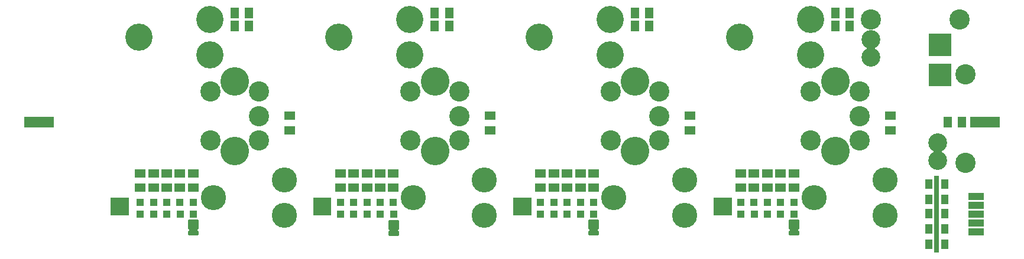
<source format=gbr>
%FSLAX34Y34*%
%MOMM*%
%LNSOLDERMASK_BOTTOM*%
G71*
G01*
%ADD10R,1.600X1.300*%
%ADD11C,3.600*%
%ADD12C,4.100*%
%ADD13C,2.900*%
%ADD14C,3.900*%
%ADD15R,1.300X1.600*%
%ADD16R,4.200X1.600*%
%ADD17R,1.100X1.100*%
%ADD18R,3.200X3.200*%
%ADD19C,2.700*%
%ADD20C,2.900*%
%ADD21R,1.100X1.400*%
%ADD22R,0.800X2.400*%
%ADD23R,2.200X1.100*%
%ADD24C,0.300*%
%LPD*%
X381739Y-211403D02*
G54D10*
D03*
X381739Y-190803D02*
G54D10*
D03*
X374022Y-282830D02*
G54D11*
D03*
X374022Y-333630D02*
G54D11*
D03*
X272422Y-308230D02*
G54D11*
D03*
X302978Y-140988D02*
G54D12*
D03*
X302979Y-240988D02*
G54D12*
D03*
X337979Y-155988D02*
G54D13*
D03*
X267979Y-155988D02*
G54D13*
D03*
X337978Y-190988D02*
G54D13*
D03*
X267979Y-225988D02*
G54D13*
D03*
X337978Y-225988D02*
G54D13*
D03*
G36*
X441479Y-333988D02*
X415479Y-333988D01*
X415479Y-307988D01*
X441479Y-307988D01*
X441479Y-333988D01*
G37*
X530379Y-293660D02*
G54D10*
D03*
X530379Y-273060D02*
G54D10*
D03*
X511379Y-293660D02*
G54D10*
D03*
X511379Y-273060D02*
G54D10*
D03*
X492379Y-293660D02*
G54D10*
D03*
X492379Y-273060D02*
G54D10*
D03*
X473379Y-293660D02*
G54D10*
D03*
X473379Y-273060D02*
G54D10*
D03*
X454379Y-293660D02*
G54D10*
D03*
X454379Y-273060D02*
G54D10*
D03*
X554022Y-52830D02*
G54D14*
D03*
X554022Y-103630D02*
G54D14*
D03*
X452422Y-78230D02*
G54D14*
D03*
G36*
X151179Y-333988D02*
X125179Y-333988D01*
X125179Y-307988D01*
X151179Y-307988D01*
X151179Y-333988D01*
G37*
X302711Y-42845D02*
G54D15*
D03*
X323311Y-42845D02*
G54D15*
D03*
X323347Y-62093D02*
G54D15*
D03*
X302747Y-62093D02*
G54D15*
D03*
X267222Y-52830D02*
G54D14*
D03*
X267222Y-103630D02*
G54D14*
D03*
X165622Y-78230D02*
G54D14*
D03*
X22873Y-200099D02*
G54D16*
D03*
X589511Y-42846D02*
G54D15*
D03*
X610111Y-42845D02*
G54D15*
D03*
X454479Y-332066D02*
G54D17*
D03*
X454379Y-315366D02*
G54D17*
D03*
X473479Y-332066D02*
G54D17*
D03*
X473379Y-315366D02*
G54D17*
D03*
X492479Y-332066D02*
G54D17*
D03*
X492379Y-315366D02*
G54D17*
D03*
X511479Y-332066D02*
G54D17*
D03*
X511379Y-315366D02*
G54D17*
D03*
X530479Y-332066D02*
G54D17*
D03*
X530379Y-315366D02*
G54D17*
D03*
X243679Y-293660D02*
G54D10*
D03*
X243679Y-273060D02*
G54D10*
D03*
X224679Y-293660D02*
G54D10*
D03*
X224679Y-273060D02*
G54D10*
D03*
X205679Y-293660D02*
G54D10*
D03*
X205679Y-273060D02*
G54D10*
D03*
X186679Y-293660D02*
G54D10*
D03*
X186679Y-273060D02*
G54D10*
D03*
X167679Y-293660D02*
G54D10*
D03*
X167679Y-273060D02*
G54D10*
D03*
X167779Y-332066D02*
G54D17*
D03*
X167679Y-315366D02*
G54D17*
D03*
X186779Y-332066D02*
G54D17*
D03*
X186679Y-315366D02*
G54D17*
D03*
X205779Y-332066D02*
G54D17*
D03*
X205679Y-315366D02*
G54D17*
D03*
X224779Y-332066D02*
G54D17*
D03*
X224679Y-315366D02*
G54D17*
D03*
X243779Y-332066D02*
G54D17*
D03*
X243679Y-315366D02*
G54D17*
D03*
X668439Y-211403D02*
G54D10*
D03*
X668439Y-190803D02*
G54D10*
D03*
X660722Y-282830D02*
G54D11*
D03*
X660722Y-333630D02*
G54D11*
D03*
X559122Y-308230D02*
G54D11*
D03*
G36*
X728179Y-333988D02*
X702179Y-333988D01*
X702179Y-307988D01*
X728179Y-307988D01*
X728179Y-333988D01*
G37*
X817079Y-293660D02*
G54D10*
D03*
X817079Y-273060D02*
G54D10*
D03*
X798079Y-293660D02*
G54D10*
D03*
X798079Y-273060D02*
G54D10*
D03*
X779079Y-293660D02*
G54D10*
D03*
X779079Y-273060D02*
G54D10*
D03*
X760079Y-293660D02*
G54D10*
D03*
X760079Y-273060D02*
G54D10*
D03*
X741079Y-293660D02*
G54D10*
D03*
X741079Y-273060D02*
G54D10*
D03*
X840722Y-52830D02*
G54D14*
D03*
X840722Y-103630D02*
G54D14*
D03*
X739122Y-78230D02*
G54D14*
D03*
X876211Y-42846D02*
G54D15*
D03*
X896810Y-42845D02*
G54D15*
D03*
X741179Y-332066D02*
G54D17*
D03*
X741079Y-315366D02*
G54D17*
D03*
X760179Y-332066D02*
G54D17*
D03*
X760079Y-315366D02*
G54D17*
D03*
X779179Y-332066D02*
G54D17*
D03*
X779079Y-315366D02*
G54D17*
D03*
X798179Y-332066D02*
G54D17*
D03*
X798079Y-315366D02*
G54D17*
D03*
X817179Y-332066D02*
G54D17*
D03*
X817079Y-315366D02*
G54D17*
D03*
X955138Y-211403D02*
G54D10*
D03*
X955138Y-190803D02*
G54D10*
D03*
X947422Y-282830D02*
G54D11*
D03*
X947422Y-333630D02*
G54D11*
D03*
X845822Y-308230D02*
G54D11*
D03*
G36*
X1014878Y-333988D02*
X988878Y-333988D01*
X988878Y-307988D01*
X1014878Y-307988D01*
X1014878Y-333988D01*
G37*
X1103779Y-293660D02*
G54D10*
D03*
X1103779Y-273060D02*
G54D10*
D03*
X1084779Y-293660D02*
G54D10*
D03*
X1084779Y-273060D02*
G54D10*
D03*
X1065779Y-293660D02*
G54D10*
D03*
X1065779Y-273060D02*
G54D10*
D03*
X1046779Y-293660D02*
G54D10*
D03*
X1046779Y-273060D02*
G54D10*
D03*
X1027779Y-293660D02*
G54D10*
D03*
X1027779Y-273060D02*
G54D10*
D03*
X1127422Y-52830D02*
G54D14*
D03*
X1127422Y-103630D02*
G54D14*
D03*
X1025822Y-78230D02*
G54D14*
D03*
X1162911Y-42846D02*
G54D15*
D03*
X1183510Y-42845D02*
G54D15*
D03*
X1027879Y-332066D02*
G54D17*
D03*
X1027779Y-315366D02*
G54D17*
D03*
X1046879Y-332066D02*
G54D17*
D03*
X1046779Y-315366D02*
G54D17*
D03*
X1065879Y-332066D02*
G54D17*
D03*
X1065779Y-315366D02*
G54D17*
D03*
X1084879Y-332066D02*
G54D17*
D03*
X1084779Y-315366D02*
G54D17*
D03*
X1103879Y-332066D02*
G54D17*
D03*
X1103779Y-315366D02*
G54D17*
D03*
X1241838Y-211403D02*
G54D10*
D03*
X1241838Y-190803D02*
G54D10*
D03*
X1234121Y-282830D02*
G54D11*
D03*
X1234122Y-333630D02*
G54D11*
D03*
X1132522Y-308230D02*
G54D11*
D03*
X1324064Y-200119D02*
G54D15*
D03*
X1344664Y-200119D02*
G54D15*
D03*
X1377873Y-200099D02*
G54D16*
D03*
X1313000Y-89000D02*
G54D18*
D03*
X1313000Y-132500D02*
G54D18*
D03*
X1214385Y-106295D02*
G54D19*
D03*
X1214385Y-80895D02*
G54D19*
D03*
X1340873Y-52598D02*
G54D20*
D03*
X1213873Y-52598D02*
G54D20*
D03*
X1349500Y-258500D02*
G54D20*
D03*
X1349500Y-131500D02*
G54D20*
D03*
X1310000Y-255000D02*
G54D19*
D03*
X1310000Y-229600D02*
G54D19*
D03*
X1319963Y-288392D02*
G54D21*
D03*
X1296963Y-288392D02*
G54D21*
D03*
X1308463Y-288392D02*
G54D22*
D03*
X1364989Y-319100D02*
G54D23*
D03*
X1364989Y-331800D02*
G54D23*
D03*
X1364990Y-344500D02*
G54D23*
D03*
X1364989Y-357200D02*
G54D23*
D03*
X1364989Y-306400D02*
G54D23*
D03*
X1319963Y-310392D02*
G54D21*
D03*
X1296963Y-310392D02*
G54D21*
D03*
X1308463Y-310392D02*
G54D22*
D03*
X1319963Y-331392D02*
G54D21*
D03*
X1296963Y-331392D02*
G54D21*
D03*
X1308463Y-331392D02*
G54D22*
D03*
X1319963Y-353392D02*
G54D21*
D03*
X1296963Y-353392D02*
G54D21*
D03*
X1308463Y-353392D02*
G54D22*
D03*
X1319963Y-375392D02*
G54D21*
D03*
X1296963Y-375392D02*
G54D21*
D03*
X1308463Y-375392D02*
G54D22*
D03*
G36*
X237964Y-341499D02*
X249964Y-341499D01*
X249964Y-352499D01*
X243964Y-346499D01*
X237964Y-352499D01*
X237964Y-341499D01*
G37*
G54D24*
X237964Y-341499D02*
X249964Y-341499D01*
X249964Y-352499D01*
X243964Y-346499D01*
X237964Y-352499D01*
X237964Y-341499D01*
G36*
X243964Y-350899D02*
X249964Y-356899D01*
X249964Y-360899D01*
X237964Y-360899D01*
X237964Y-356899D01*
X243964Y-350899D01*
G37*
G54D24*
X243964Y-350899D02*
X249964Y-356899D01*
X249964Y-360899D01*
X237964Y-360899D01*
X237964Y-356899D01*
X243964Y-350899D01*
G36*
X524867Y-341716D02*
X536867Y-341716D01*
X536867Y-352716D01*
X530867Y-346716D01*
X524867Y-352716D01*
X524867Y-341716D01*
G37*
G54D24*
X524867Y-341716D02*
X536867Y-341716D01*
X536867Y-352716D01*
X530867Y-346716D01*
X524867Y-352716D01*
X524867Y-341716D01*
G36*
X530867Y-351116D02*
X536867Y-357116D01*
X536867Y-361116D01*
X524867Y-361116D01*
X524867Y-357116D01*
X530867Y-351116D01*
G37*
G54D24*
X530867Y-351116D02*
X536867Y-357116D01*
X536867Y-361116D01*
X524867Y-361116D01*
X524867Y-357116D01*
X530867Y-351116D01*
G36*
X811267Y-341516D02*
X823267Y-341516D01*
X823267Y-352516D01*
X817267Y-346516D01*
X811267Y-352516D01*
X811267Y-341516D01*
G37*
G54D24*
X811267Y-341516D02*
X823267Y-341516D01*
X823267Y-352516D01*
X817267Y-346516D01*
X811267Y-352516D01*
X811267Y-341516D01*
G36*
X817267Y-350916D02*
X823267Y-356916D01*
X823267Y-360916D01*
X811267Y-360916D01*
X811267Y-356916D01*
X817267Y-350916D01*
G37*
G54D24*
X817267Y-350916D02*
X823267Y-356916D01*
X823267Y-360916D01*
X811267Y-360916D01*
X811267Y-356916D01*
X817267Y-350916D01*
G36*
X1098067Y-341516D02*
X1110067Y-341516D01*
X1110067Y-352516D01*
X1104067Y-346516D01*
X1098067Y-352516D01*
X1098067Y-341516D01*
G37*
G54D24*
X1098067Y-341516D02*
X1110067Y-341516D01*
X1110067Y-352516D01*
X1104067Y-346516D01*
X1098067Y-352516D01*
X1098067Y-341516D01*
G36*
X1104067Y-350916D02*
X1110067Y-356916D01*
X1110067Y-360916D01*
X1098067Y-360916D01*
X1098067Y-356916D01*
X1104067Y-350916D01*
G37*
G54D24*
X1104067Y-350916D02*
X1110067Y-356916D01*
X1110067Y-360916D01*
X1098067Y-360916D01*
X1098067Y-356916D01*
X1104067Y-350916D01*
X610147Y-62093D02*
G54D15*
D03*
X589547Y-62093D02*
G54D15*
D03*
X896846Y-62093D02*
G54D15*
D03*
X876247Y-62093D02*
G54D15*
D03*
X1183546Y-62093D02*
G54D15*
D03*
X1162946Y-62093D02*
G54D15*
D03*
X589678Y-140988D02*
G54D12*
D03*
X589679Y-240988D02*
G54D12*
D03*
X624679Y-155988D02*
G54D13*
D03*
X554679Y-155988D02*
G54D13*
D03*
X624678Y-190988D02*
G54D13*
D03*
X554679Y-225988D02*
G54D13*
D03*
X624678Y-225988D02*
G54D13*
D03*
X876378Y-140988D02*
G54D12*
D03*
X876379Y-240988D02*
G54D12*
D03*
X911378Y-155988D02*
G54D13*
D03*
X841378Y-155988D02*
G54D13*
D03*
X911378Y-190988D02*
G54D13*
D03*
X841378Y-225988D02*
G54D13*
D03*
X911378Y-225988D02*
G54D13*
D03*
X1163078Y-140988D02*
G54D12*
D03*
X1163078Y-240988D02*
G54D12*
D03*
X1198078Y-155988D02*
G54D13*
D03*
X1128078Y-155988D02*
G54D13*
D03*
X1198078Y-190988D02*
G54D13*
D03*
X1128078Y-225988D02*
G54D13*
D03*
X1198078Y-225988D02*
G54D13*
D03*
M02*

</source>
